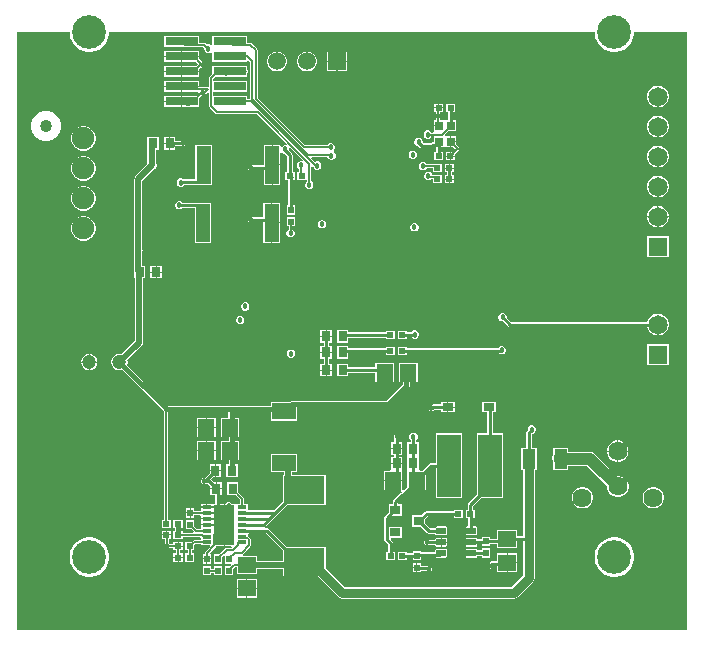
<source format=gtl>
G04*
G04 #@! TF.GenerationSoftware,Altium Limited,Altium Designer,21.5.1 (32)*
G04*
G04 Layer_Physical_Order=1*
G04 Layer_Color=255*
%FSLAX25Y25*%
%MOIN*%
G70*
G04*
G04 #@! TF.SameCoordinates,C11210EE-706E-4053-A979-2A702EC27353*
G04*
G04*
G04 #@! TF.FilePolarity,Positive*
G04*
G01*
G75*
%ADD16C,0.01000*%
%ADD17C,0.00500*%
%ADD19R,0.07874X0.05512*%
%ADD25R,0.04747X0.12598*%
%ADD35R,0.03543X0.03150*%
%ADD45R,0.13386X0.09252*%
%ADD46R,0.05512X0.05906*%
%ADD47R,0.02756X0.02953*%
%ADD48R,0.03150X0.03543*%
%ADD49R,0.04331X0.06693*%
%ADD50R,0.07087X0.13386*%
%ADD51R,0.03150X0.01181*%
%ADD52R,0.02362X0.01968*%
%ADD53R,0.05906X0.05512*%
%ADD54R,0.01968X0.02362*%
%ADD55R,0.03819X0.02559*%
G04:AMPARAMS|DCode=56|XSize=21.65mil|YSize=31.5mil|CornerRadius=1.95mil|HoleSize=0mil|Usage=FLASHONLY|Rotation=90.000|XOffset=0mil|YOffset=0mil|HoleType=Round|Shape=RoundedRectangle|*
%AMROUNDEDRECTD56*
21,1,0.02165,0.02760,0,0,90.0*
21,1,0.01776,0.03150,0,0,90.0*
1,1,0.00390,0.01380,0.00888*
1,1,0.00390,0.01380,-0.00888*
1,1,0.00390,-0.01380,-0.00888*
1,1,0.00390,-0.01380,0.00888*
%
%ADD56ROUNDEDRECTD56*%
%ADD57R,0.10984X0.02913*%
%ADD58R,0.07874X0.20866*%
%ADD59C,0.04000*%
%ADD60C,0.01500*%
%ADD61C,0.03000*%
%ADD62C,0.05000*%
%ADD63C,0.02000*%
%ADD64C,0.06378*%
%ADD65C,0.06496*%
%ADD66R,0.06496X0.06496*%
%ADD67C,0.04724*%
%ADD68C,0.07500*%
%ADD69C,0.04047*%
%ADD70R,0.05906X0.05906*%
%ADD71C,0.05906*%
%ADD72C,0.11200*%
%ADD73C,0.03000*%
%ADD74C,0.01800*%
%ADD75C,0.01968*%
G36*
X243416Y200116D02*
Y199352D01*
X243669Y198079D01*
X244165Y196881D01*
X244886Y195803D01*
X245803Y194886D01*
X246881Y194165D01*
X248079Y193669D01*
X249352Y193416D01*
X250648D01*
X251921Y193669D01*
X253119Y194165D01*
X254197Y194886D01*
X255114Y195803D01*
X255835Y196881D01*
X256331Y198079D01*
X256584Y199352D01*
Y200116D01*
X418416Y200116D01*
Y199352D01*
X418669Y198079D01*
X419165Y196881D01*
X419886Y195803D01*
X420803Y194886D01*
X421881Y194165D01*
X423079Y193669D01*
X424352Y193416D01*
X425648D01*
X426921Y193669D01*
X428119Y194165D01*
X429197Y194886D01*
X430114Y195803D01*
X430835Y196881D01*
X431331Y198079D01*
X431584Y199352D01*
Y200116D01*
X449197D01*
Y803D01*
X225803D01*
Y200116D01*
X243416D01*
D02*
G37*
%LPC*%
G36*
X302604Y198791D02*
X290911D01*
Y195877D01*
X290415Y195667D01*
X289900Y195880D01*
X289343D01*
X289204Y195822D01*
X288791Y196236D01*
X288328Y196427D01*
X286580D01*
Y198791D01*
X274887D01*
Y195169D01*
X281820D01*
X281940Y195119D01*
X287847D01*
X288221Y194758D01*
Y194201D01*
X288435Y193687D01*
X288828Y193293D01*
X289343Y193080D01*
X289900D01*
X290415Y193293D01*
X290911Y193082D01*
Y190169D01*
X302604D01*
Y190296D01*
X303066Y190487D01*
X303634Y189919D01*
Y177771D01*
X303542Y177634D01*
X302604D01*
Y178791D01*
X291169D01*
Y180169D01*
X302604D01*
Y183791D01*
X291169D01*
Y184502D01*
X291836Y185169D01*
X295430D01*
X295551Y185119D01*
X295671Y185169D01*
X302604D01*
Y186348D01*
X302725Y186398D01*
X302917Y186861D01*
X302725Y187323D01*
X302604Y187374D01*
Y188791D01*
X290911D01*
Y186094D01*
X290053Y185236D01*
X289861Y184773D01*
Y181872D01*
X289505Y181634D01*
X286576D01*
Y181805D01*
X280909D01*
Y180173D01*
X286330D01*
X286537Y179673D01*
X285651Y178786D01*
X280909D01*
Y176980D01*
Y175173D01*
X282571D01*
X282759Y175126D01*
X283073Y175173D01*
X286576D01*
Y176780D01*
X286604Y176877D01*
X286576Y177132D01*
Y177861D01*
X287596Y178882D01*
X287709D01*
X288172Y179074D01*
X288229Y179131D01*
X288310D01*
X288772Y179322D01*
X289399Y179949D01*
X289861Y179758D01*
Y175212D01*
X290053Y174750D01*
X292053Y172749D01*
X292515Y172558D01*
X305953D01*
X315775Y162736D01*
X315492Y162312D01*
X315491Y162312D01*
X314934D01*
X314420Y162099D01*
X314163Y161842D01*
X313663Y162036D01*
Y162357D01*
X311115D01*
Y155883D01*
X313663D01*
Y159789D01*
X314163Y159983D01*
X314420Y159726D01*
X314934Y159512D01*
X315280D01*
X315988Y158804D01*
Y153425D01*
X315345D01*
Y150748D01*
X316199D01*
Y142192D01*
X315921D01*
Y139122D01*
X318599D01*
Y142192D01*
X317941D01*
Y150748D01*
X318416D01*
Y153425D01*
X317730D01*
Y159165D01*
X317664Y159498D01*
X317475Y159781D01*
X316613Y160643D01*
Y161191D01*
X316613Y161191D01*
X317037Y161475D01*
X321125Y157386D01*
X320842Y156963D01*
X320841Y156963D01*
X320284D01*
X319770Y156749D01*
X319376Y156356D01*
X319163Y155841D01*
Y155284D01*
X319376Y154770D01*
X319770Y154376D01*
X319909Y154318D01*
Y153425D01*
X319282D01*
Y150748D01*
X322159D01*
X322353Y150748D01*
X322388Y150706D01*
X322519Y150219D01*
X322126Y149825D01*
X321913Y149311D01*
Y148754D01*
X322126Y148239D01*
X322519Y147845D01*
X323034Y147632D01*
X323591D01*
X324106Y147845D01*
X324499Y148239D01*
X324713Y148754D01*
Y149311D01*
X324499Y149825D01*
X324106Y150219D01*
X323967Y150277D01*
Y154856D01*
X324467Y155224D01*
X324569Y155193D01*
X324782Y154678D01*
X325176Y154284D01*
X325691Y154071D01*
X326247D01*
X326762Y154284D01*
X327156Y154678D01*
X327369Y155193D01*
Y155750D01*
X327156Y156264D01*
X326762Y156658D01*
X326247Y156871D01*
X325691D01*
X325176Y156658D01*
X325147Y156629D01*
X323868Y157908D01*
X324059Y158370D01*
X329334D01*
X329494Y157982D01*
X329888Y157588D01*
X330403Y157375D01*
X330960D01*
X331474Y157588D01*
X331868Y157982D01*
X332081Y158497D01*
Y159054D01*
X331868Y159568D01*
X331474Y159962D01*
X331442Y160034D01*
X331404Y160532D01*
X331668Y160796D01*
X331881Y161311D01*
Y161868D01*
X331668Y162382D01*
X331275Y162776D01*
X330760Y162989D01*
X330203D01*
X329688Y162776D01*
X329295Y162382D01*
X329237Y162243D01*
X321948D01*
X306123Y178069D01*
Y194009D01*
X305932Y194471D01*
X304167Y196236D01*
X303705Y196427D01*
X302604D01*
Y198791D01*
D02*
G37*
G36*
X286576Y193786D02*
X280909D01*
Y192155D01*
X286576D01*
Y193786D01*
D02*
G37*
G36*
X280559D02*
X274891D01*
Y192155D01*
X280559D01*
Y193786D01*
D02*
G37*
G36*
X335858Y193492D02*
X332731D01*
Y190365D01*
X335858D01*
Y193492D01*
D02*
G37*
G36*
X332381D02*
X329253D01*
Y190365D01*
X332381D01*
Y193492D01*
D02*
G37*
G36*
X280559Y191805D02*
X274891D01*
Y190173D01*
X280559D01*
Y191805D01*
D02*
G37*
G36*
X286576D02*
X280909D01*
Y190173D01*
X285651D01*
X286314Y189510D01*
Y189450D01*
X285651Y188786D01*
X280909D01*
Y187155D01*
X286576D01*
Y187836D01*
X286948Y188169D01*
X287410Y187977D01*
X287873Y188169D01*
X288421Y188716D01*
X288612Y189179D01*
X288421Y189641D01*
X287958Y189833D01*
X287600D01*
X287430Y190243D01*
X286576Y191098D01*
Y191805D01*
D02*
G37*
G36*
X280559Y188786D02*
X274891D01*
Y187155D01*
X280559D01*
Y188786D01*
D02*
G37*
G36*
X335858Y190015D02*
X332731D01*
Y186887D01*
X335858D01*
Y190015D01*
D02*
G37*
G36*
X332381D02*
X329253D01*
Y186887D01*
X332381D01*
Y190015D01*
D02*
G37*
G36*
X322991Y193497D02*
X322120D01*
X321279Y193271D01*
X320525Y192836D01*
X319909Y192220D01*
X319474Y191466D01*
X319249Y190625D01*
Y189754D01*
X319474Y188913D01*
X319909Y188159D01*
X320525Y187543D01*
X321279Y187108D01*
X322120Y186883D01*
X322991D01*
X323832Y187108D01*
X324586Y187543D01*
X325202Y188159D01*
X325637Y188913D01*
X325863Y189754D01*
Y190625D01*
X325637Y191466D01*
X325202Y192220D01*
X324586Y192836D01*
X323832Y193271D01*
X322991Y193497D01*
D02*
G37*
G36*
X312991D02*
X312120D01*
X311279Y193271D01*
X310525Y192836D01*
X309909Y192220D01*
X309474Y191466D01*
X309249Y190625D01*
Y189754D01*
X309474Y188913D01*
X309909Y188159D01*
X310525Y187543D01*
X311279Y187108D01*
X312120Y186883D01*
X312991D01*
X313832Y187108D01*
X314586Y187543D01*
X315202Y188159D01*
X315637Y188913D01*
X315863Y189754D01*
Y190625D01*
X315637Y191466D01*
X315202Y192220D01*
X314586Y192836D01*
X313832Y193271D01*
X312991Y193497D01*
D02*
G37*
G36*
X286576Y186805D02*
X280909D01*
Y185173D01*
X286576D01*
Y186805D01*
D02*
G37*
G36*
X280559D02*
X274891D01*
Y185173D01*
X280559D01*
Y186805D01*
D02*
G37*
G36*
X286576Y183786D02*
X280909D01*
Y182155D01*
X286576D01*
Y183786D01*
D02*
G37*
G36*
X280559D02*
X274891D01*
Y182155D01*
X280559D01*
Y183786D01*
D02*
G37*
G36*
Y181805D02*
X274891D01*
Y180173D01*
X280559D01*
Y181805D01*
D02*
G37*
G36*
Y178786D02*
X274891D01*
Y177155D01*
X280559D01*
Y178786D01*
D02*
G37*
G36*
Y176805D02*
X274891D01*
Y175173D01*
X280559D01*
Y176805D01*
D02*
G37*
G36*
X368035Y176159D02*
X366679D01*
Y174999D01*
X368035D01*
Y176159D01*
D02*
G37*
G36*
X366329D02*
X364973D01*
Y174999D01*
X366329D01*
Y176159D01*
D02*
G37*
G36*
X439974Y182102D02*
X439026D01*
X438109Y181857D01*
X437288Y181383D01*
X436617Y180712D01*
X436143Y179891D01*
X435898Y178974D01*
Y178026D01*
X436143Y177110D01*
X436617Y176288D01*
X437288Y175617D01*
X438109Y175143D01*
X439026Y174898D01*
X439974D01*
X440891Y175143D01*
X441712Y175617D01*
X442383Y176288D01*
X442857Y177110D01*
X443102Y178026D01*
Y178974D01*
X442857Y179891D01*
X442383Y180712D01*
X441712Y181383D01*
X440891Y181857D01*
X439974Y182102D01*
D02*
G37*
G36*
X371977Y176163D02*
X368906D01*
Y173486D01*
X369570D01*
Y170583D01*
X368730D01*
X368709Y170583D01*
Y170583D01*
X368232Y170579D01*
Y170578D01*
X366784D01*
Y173490D01*
X368035D01*
Y174650D01*
X366504D01*
X364973D01*
Y173490D01*
X365476D01*
Y170578D01*
X364776D01*
Y168927D01*
X366504D01*
Y168577D01*
X364776D01*
Y166926D01*
X364776D01*
X364607Y166496D01*
X364030D01*
X363972Y166635D01*
X363579Y167028D01*
X363064Y167242D01*
X362507D01*
X361993Y167028D01*
X361599Y166635D01*
X361386Y166120D01*
Y165563D01*
X361599Y165049D01*
X361993Y164655D01*
X362507Y164442D01*
X363064D01*
X363579Y164655D01*
X363972Y165049D01*
X364030Y165187D01*
X364772D01*
Y163332D01*
X364428D01*
X364095Y163265D01*
X363812Y163077D01*
X363698Y162963D01*
X361583D01*
X361121Y163072D01*
Y163628D01*
X360908Y164143D01*
X360514Y164537D01*
X359999Y164750D01*
X359442D01*
X358928Y164537D01*
X358534Y164143D01*
X358321Y163628D01*
Y163072D01*
X358534Y162557D01*
X358928Y162163D01*
X359442Y161950D01*
X359684D01*
X360158Y161476D01*
X360441Y161287D01*
X360774Y161221D01*
X364059D01*
X364392Y161287D01*
X364675Y161476D01*
X364789Y161590D01*
X365626D01*
X365633Y161584D01*
Y159952D01*
X364855D01*
Y157275D01*
X367926D01*
Y159952D01*
X367375D01*
Y161606D01*
X368215D01*
X368236Y161606D01*
X368735Y161611D01*
X370266D01*
Y163437D01*
Y165263D01*
X368774D01*
X368678Y165267D01*
X368532Y165485D01*
X368478Y165766D01*
X369634Y166921D01*
X372174D01*
Y170583D01*
X371312D01*
Y173486D01*
X371977D01*
Y176163D01*
D02*
G37*
G36*
X439974Y172102D02*
X439026D01*
X438109Y171857D01*
X437288Y171383D01*
X436617Y170712D01*
X436143Y169890D01*
X435898Y168974D01*
Y168026D01*
X436143Y167110D01*
X436617Y166288D01*
X437288Y165617D01*
X438109Y165143D01*
X439026Y164898D01*
X439974D01*
X440891Y165143D01*
X441712Y165617D01*
X442383Y166288D01*
X442857Y167110D01*
X443102Y168026D01*
Y168974D01*
X442857Y169890D01*
X442383Y170712D01*
X441712Y171383D01*
X440891Y171857D01*
X439974Y172102D01*
D02*
G37*
G36*
X236261Y173771D02*
X234936D01*
X233656Y173428D01*
X232508Y172766D01*
X231571Y171828D01*
X230908Y170680D01*
X230565Y169400D01*
Y168075D01*
X230908Y166795D01*
X231571Y165647D01*
X232508Y164710D01*
X233656Y164047D01*
X234936Y163704D01*
X236261D01*
X237541Y164047D01*
X238689Y164710D01*
X239626Y165647D01*
X240289Y166795D01*
X240632Y168075D01*
Y169400D01*
X240289Y170680D01*
X239626Y171828D01*
X238689Y172766D01*
X237541Y173428D01*
X236261Y173771D01*
D02*
G37*
G36*
X370616Y165263D02*
Y163612D01*
X372169D01*
Y165263D01*
X370616D01*
D02*
G37*
G36*
X276581Y165048D02*
X274831D01*
Y163101D01*
X276581D01*
Y165048D01*
D02*
G37*
G36*
X278681D02*
X276931D01*
Y162926D01*
Y160804D01*
X278681D01*
Y162053D01*
X278681Y162055D01*
X281151D01*
X281484Y162121D01*
X281767Y162310D01*
X281956Y162593D01*
X282022Y162926D01*
X281956Y163259D01*
X281767Y163542D01*
X281484Y163731D01*
X281151Y163797D01*
X278681D01*
Y165048D01*
D02*
G37*
G36*
X276581Y162751D02*
X274831D01*
Y160804D01*
X276581D01*
Y162751D01*
D02*
G37*
G36*
X248540Y168641D02*
X247460D01*
X246416Y168361D01*
X245480Y167821D01*
X244716Y167057D01*
X244175Y166121D01*
X243896Y165077D01*
Y163997D01*
X244175Y162953D01*
X244716Y162017D01*
X245480Y161253D01*
X246416Y160712D01*
X247460Y160433D01*
X248540D01*
X249584Y160712D01*
X250520Y161253D01*
X251284Y162017D01*
X251825Y162953D01*
X252104Y163997D01*
Y165077D01*
X251825Y166121D01*
X251284Y167057D01*
X250520Y167821D01*
X249584Y168361D01*
X248540Y168641D01*
D02*
G37*
G36*
X372169Y163262D02*
X370616D01*
Y161611D01*
X371244D01*
X371822Y161033D01*
X370796Y160007D01*
X370771Y159948D01*
X370502D01*
Y158788D01*
X371858D01*
Y159217D01*
X371860Y159221D01*
X372988Y160349D01*
X373789D01*
X374252Y160541D01*
X374443Y161003D01*
X374252Y161466D01*
X373789Y161657D01*
X373047D01*
X372169Y162536D01*
Y163262D01*
D02*
G37*
G36*
X370152Y159948D02*
X368796D01*
Y158788D01*
X370152D01*
Y159948D01*
D02*
G37*
G36*
X358085Y160491D02*
X357528D01*
X357013Y160277D01*
X356620Y159884D01*
X356406Y159369D01*
Y158812D01*
X356620Y158298D01*
X357013Y157904D01*
X357528Y157691D01*
X358085D01*
X358599Y157904D01*
X358993Y158298D01*
X359206Y158812D01*
Y159369D01*
X358993Y159884D01*
X358599Y160277D01*
X358085Y160491D01*
D02*
G37*
G36*
X371858Y158438D02*
X370502D01*
Y157279D01*
X371858D01*
Y158438D01*
D02*
G37*
G36*
X370152D02*
X368796D01*
Y157279D01*
X370152D01*
Y158438D01*
D02*
G37*
G36*
X439974Y162102D02*
X439026D01*
X438109Y161857D01*
X437288Y161383D01*
X436617Y160712D01*
X436143Y159890D01*
X435898Y158974D01*
Y158026D01*
X436143Y157109D01*
X436617Y156288D01*
X437288Y155617D01*
X438109Y155143D01*
X439026Y154898D01*
X439974D01*
X440891Y155143D01*
X441712Y155617D01*
X442383Y156288D01*
X442857Y157109D01*
X443102Y158026D01*
Y158974D01*
X442857Y159890D01*
X442383Y160712D01*
X441712Y161383D01*
X440891Y161857D01*
X439974Y162102D01*
D02*
G37*
G36*
X371500Y155996D02*
X370144D01*
Y154836D01*
X371500D01*
Y155996D01*
D02*
G37*
G36*
X369794D02*
X368438D01*
Y154836D01*
X369794D01*
Y155996D01*
D02*
G37*
G36*
X361499Y156750D02*
X360942D01*
X360428Y156537D01*
X360034Y156143D01*
X359821Y155629D01*
Y155071D01*
X360034Y154557D01*
X360428Y154163D01*
X360942Y153950D01*
X361499D01*
X362014Y154163D01*
X362408Y154557D01*
X362465Y154696D01*
X364496D01*
Y153323D01*
X367567D01*
Y156000D01*
X365353D01*
X365343Y156004D01*
X362465D01*
X362408Y156143D01*
X362014Y156537D01*
X361499Y156750D01*
D02*
G37*
G36*
X371500Y154486D02*
X369969D01*
X368438D01*
Y153327D01*
X369098D01*
Y152328D01*
X368438D01*
Y151168D01*
X369969D01*
X371500D01*
Y152328D01*
X370840D01*
Y153327D01*
X371500D01*
Y154486D01*
D02*
G37*
G36*
X290811Y162361D02*
X285355D01*
Y150851D01*
X281420D01*
X281279Y150992D01*
X280765Y151205D01*
X280208D01*
X279693Y150992D01*
X279299Y150598D01*
X279086Y150084D01*
Y149527D01*
X279299Y149012D01*
X279693Y148618D01*
X280208Y148405D01*
X280765D01*
X281279Y148618D01*
X281673Y149012D01*
X281713Y149109D01*
X285355D01*
Y149054D01*
X290811D01*
Y162361D01*
D02*
G37*
G36*
X248540Y158641D02*
X247460D01*
X246416Y158361D01*
X245480Y157821D01*
X244716Y157057D01*
X244175Y156121D01*
X243896Y155077D01*
Y153997D01*
X244175Y152953D01*
X244716Y152017D01*
X245480Y151253D01*
X246416Y150712D01*
X247460Y150433D01*
X248540D01*
X249584Y150712D01*
X250520Y151253D01*
X251284Y152017D01*
X251825Y152953D01*
X252104Y153997D01*
Y155077D01*
X251825Y156121D01*
X251284Y157057D01*
X250520Y157821D01*
X249584Y158361D01*
X248540Y158641D01*
D02*
G37*
G36*
X371500Y150818D02*
X370144D01*
Y149659D01*
X371500D01*
Y150818D01*
D02*
G37*
G36*
X369794D02*
X368438D01*
Y149659D01*
X369794D01*
Y150818D01*
D02*
G37*
G36*
X363279Y153400D02*
X362721D01*
X362207Y153187D01*
X361813Y152793D01*
X361600Y152278D01*
Y151722D01*
X361813Y151207D01*
X362207Y150813D01*
X362721Y150600D01*
X363279D01*
X363793Y150813D01*
X363996Y151016D01*
X364496Y150936D01*
Y149655D01*
X367567D01*
Y152332D01*
X365418D01*
X365298Y152382D01*
X364357D01*
X364187Y152793D01*
X363793Y153187D01*
X363279Y153400D01*
D02*
G37*
G36*
X313663Y155533D02*
X311115D01*
Y149058D01*
X313663D01*
Y155533D01*
D02*
G37*
G36*
X310765Y162357D02*
X308216D01*
Y155594D01*
X303733D01*
X303399Y155528D01*
X303117Y155339D01*
X302928Y155057D01*
X302862Y154723D01*
X302928Y154390D01*
X303117Y154107D01*
X303399Y153919D01*
X303733Y153852D01*
X308216D01*
Y149058D01*
X310765D01*
Y155708D01*
Y162357D01*
D02*
G37*
G36*
X439974Y152102D02*
X439026D01*
X438109Y151857D01*
X437288Y151383D01*
X436617Y150712D01*
X436143Y149890D01*
X435898Y148974D01*
Y148026D01*
X436143Y147109D01*
X436617Y146288D01*
X437288Y145617D01*
X438109Y145143D01*
X439026Y144898D01*
X439974D01*
X440891Y145143D01*
X441712Y145617D01*
X442383Y146288D01*
X442857Y147109D01*
X443102Y148026D01*
Y148974D01*
X442857Y149890D01*
X442383Y150712D01*
X441712Y151383D01*
X440891Y151857D01*
X439974Y152102D01*
D02*
G37*
G36*
X248540Y148641D02*
X247460D01*
X246416Y148362D01*
X245480Y147821D01*
X244716Y147057D01*
X244175Y146121D01*
X243896Y145077D01*
Y143997D01*
X244175Y142953D01*
X244716Y142017D01*
X245480Y141253D01*
X246416Y140712D01*
X247460Y140433D01*
X248540D01*
X249584Y140712D01*
X250520Y141253D01*
X251284Y142017D01*
X251825Y142953D01*
X252104Y143997D01*
Y145077D01*
X251825Y146121D01*
X251284Y147057D01*
X250520Y147821D01*
X249584Y148362D01*
X248540Y148641D01*
D02*
G37*
G36*
X439974Y142098D02*
X439675D01*
Y138675D01*
X443098D01*
Y138974D01*
X442853Y139889D01*
X442379Y140709D01*
X441709Y141379D01*
X440889Y141853D01*
X439974Y142098D01*
D02*
G37*
G36*
X439325D02*
X439026D01*
X438111Y141853D01*
X437291Y141379D01*
X436621Y140709D01*
X436147Y139889D01*
X435902Y138974D01*
Y138675D01*
X439325D01*
Y142098D01*
D02*
G37*
G36*
X313444Y143065D02*
X310896D01*
Y136591D01*
X313444D01*
Y143065D01*
D02*
G37*
G36*
X443098Y138325D02*
X439675D01*
Y134902D01*
X439974D01*
X440889Y135147D01*
X441709Y135621D01*
X442379Y136291D01*
X442853Y137111D01*
X443098Y138026D01*
Y138325D01*
D02*
G37*
G36*
X439325D02*
X435902D01*
Y138026D01*
X436147Y137111D01*
X436621Y136291D01*
X437291Y135621D01*
X438111Y135147D01*
X439026Y134902D01*
X439325D01*
Y138325D01*
D02*
G37*
G36*
X327826Y137316D02*
X327269D01*
X326754Y137103D01*
X326360Y136709D01*
X326147Y136194D01*
Y135637D01*
X326360Y135123D01*
X326754Y134729D01*
X327269Y134516D01*
X327826D01*
X328340Y134729D01*
X328734Y135123D01*
X328947Y135637D01*
Y136194D01*
X328734Y136709D01*
X328340Y137103D01*
X327826Y137316D01*
D02*
G37*
G36*
X358655Y136352D02*
X358098D01*
X357583Y136139D01*
X357189Y135745D01*
X356976Y135230D01*
Y134673D01*
X357189Y134159D01*
X357583Y133765D01*
X358098Y133552D01*
X358655D01*
X359169Y133765D01*
X359563Y134159D01*
X359776Y134673D01*
Y135230D01*
X359563Y135745D01*
X359169Y136139D01*
X358655Y136352D01*
D02*
G37*
G36*
X318599Y138256D02*
X315921D01*
Y135185D01*
X316395D01*
Y134228D01*
X316257Y134170D01*
X315863Y133776D01*
X315650Y133262D01*
Y132705D01*
X315863Y132190D01*
X316257Y131796D01*
X316771Y131583D01*
X317328D01*
X317843Y131796D01*
X318236Y132190D01*
X318450Y132705D01*
Y133262D01*
X318236Y133776D01*
X317843Y134170D01*
X317704Y134228D01*
Y135185D01*
X318599D01*
Y138256D01*
D02*
G37*
G36*
X248540Y138641D02*
X247460D01*
X246416Y138362D01*
X245480Y137821D01*
X244716Y137057D01*
X244175Y136121D01*
X243896Y135077D01*
Y133997D01*
X244175Y132953D01*
X244716Y132017D01*
X245480Y131253D01*
X246416Y130712D01*
X247460Y130433D01*
X248540D01*
X249584Y130712D01*
X250520Y131253D01*
X251284Y132017D01*
X251825Y132953D01*
X252104Y133997D01*
Y135077D01*
X251825Y136121D01*
X251284Y137057D01*
X250520Y137821D01*
X249584Y138362D01*
X248540Y138641D01*
D02*
G37*
G36*
X313444Y136241D02*
X310896D01*
Y129767D01*
X313444D01*
Y136241D01*
D02*
G37*
G36*
X310546Y143065D02*
X307998D01*
Y138272D01*
X303733D01*
X303399Y138205D01*
X303117Y138016D01*
X302928Y137734D01*
X302862Y137400D01*
X302928Y137067D01*
X303117Y136785D01*
X303399Y136596D01*
X303733Y136529D01*
X307998D01*
Y129767D01*
X310546D01*
Y136416D01*
Y143065D01*
D02*
G37*
G36*
X280273Y143682D02*
X279716D01*
X279202Y143469D01*
X278808Y143075D01*
X278595Y142561D01*
Y142004D01*
X278808Y141489D01*
X279202Y141095D01*
X279716Y140882D01*
X280273D01*
X280788Y141095D01*
X281036Y141344D01*
X285137D01*
Y129763D01*
X290592D01*
Y143070D01*
X286075D01*
X285991Y143087D01*
X281170D01*
X280788Y143469D01*
X280273Y143682D01*
D02*
G37*
G36*
X443102Y132102D02*
X435898D01*
Y124898D01*
X443102D01*
Y132102D01*
D02*
G37*
G36*
X274167Y122122D02*
X272417D01*
Y120175D01*
X274167D01*
Y122122D01*
D02*
G37*
G36*
X272067D02*
X270317D01*
Y120175D01*
X272067D01*
Y122122D01*
D02*
G37*
G36*
X274167Y119825D02*
X272417D01*
Y117878D01*
X274167D01*
Y119825D01*
D02*
G37*
G36*
X272067D02*
X270317D01*
Y117878D01*
X272067D01*
Y119825D01*
D02*
G37*
G36*
X302250Y109967D02*
X301693D01*
X301179Y109754D01*
X300785Y109360D01*
X300572Y108845D01*
Y108288D01*
X300785Y107774D01*
X301179Y107380D01*
X301693Y107167D01*
X302250D01*
X302765Y107380D01*
X303159Y107774D01*
X303372Y108288D01*
Y108845D01*
X303159Y109360D01*
X302765Y109754D01*
X302250Y109967D01*
D02*
G37*
G36*
X300532Y105394D02*
X299975D01*
X299460Y105181D01*
X299066Y104787D01*
X298853Y104273D01*
Y103716D01*
X299066Y103201D01*
X299460Y102807D01*
X299975Y102594D01*
X300532D01*
X301046Y102807D01*
X301440Y103201D01*
X301653Y103716D01*
Y104273D01*
X301440Y104787D01*
X301046Y105181D01*
X300532Y105394D01*
D02*
G37*
G36*
X358758Y100541D02*
X358201D01*
X357686Y100328D01*
X357323Y99965D01*
X355848D01*
Y100386D01*
X352777D01*
Y97709D01*
X355848D01*
Y98223D01*
X357417D01*
X357686Y97954D01*
X358201Y97741D01*
X358758D01*
X359272Y97954D01*
X359666Y98348D01*
X359879Y98863D01*
Y99420D01*
X359666Y99934D01*
X359272Y100328D01*
X358758Y100541D01*
D02*
G37*
G36*
X388029Y106346D02*
X387472D01*
X386957Y106132D01*
X386563Y105739D01*
X386350Y105224D01*
Y104667D01*
X386563Y104153D01*
X386957Y103759D01*
X387472Y103546D01*
X387918D01*
X389580Y101884D01*
X389862Y101695D01*
X390195Y101629D01*
X436004D01*
X436143Y101110D01*
X436617Y100288D01*
X437288Y99617D01*
X438109Y99143D01*
X439026Y98898D01*
X439974D01*
X440891Y99143D01*
X441712Y99617D01*
X442383Y100288D01*
X442857Y101110D01*
X443102Y102026D01*
Y102974D01*
X442857Y103891D01*
X442383Y104712D01*
X441712Y105383D01*
X440891Y105857D01*
X439974Y106102D01*
X439026D01*
X438109Y105857D01*
X437288Y105383D01*
X436617Y104712D01*
X436143Y103891D01*
X436004Y103371D01*
X390556D01*
X389150Y104777D01*
Y105224D01*
X388937Y105739D01*
X388543Y106132D01*
X388029Y106346D01*
D02*
G37*
G36*
X330861Y100721D02*
X329111D01*
Y98774D01*
X330861D01*
Y100721D01*
D02*
G37*
G36*
X328761D02*
X327011D01*
Y98774D01*
X328761D01*
Y100721D01*
D02*
G37*
G36*
X336377Y100725D02*
X332519D01*
Y96473D01*
X336377D01*
Y98176D01*
X348840D01*
Y97709D01*
X351911D01*
Y100386D01*
X348840D01*
Y99918D01*
X336377D01*
Y100725D01*
D02*
G37*
G36*
X387713Y95329D02*
X387156D01*
X386641Y95116D01*
X386247Y94722D01*
X386219Y94653D01*
X355848D01*
Y95121D01*
X352777D01*
Y92444D01*
X355848D01*
Y92911D01*
X386472D01*
X386641Y92742D01*
X387156Y92529D01*
X387713D01*
X388227Y92742D01*
X388621Y93136D01*
X388834Y93650D01*
Y94207D01*
X388621Y94722D01*
X388227Y95116D01*
X387713Y95329D01*
D02*
G37*
G36*
X330861Y98425D02*
X328936D01*
X327011D01*
Y96478D01*
X328065D01*
Y95314D01*
X327011D01*
Y93367D01*
X328936D01*
X330861D01*
Y95314D01*
X329807D01*
Y96478D01*
X330861D01*
Y98425D01*
D02*
G37*
G36*
X273173Y165052D02*
X269315D01*
Y160800D01*
X269361D01*
Y155958D01*
X265355Y151951D01*
X265055Y151503D01*
X264950Y150975D01*
X265000Y150725D01*
X264950Y150475D01*
Y127552D01*
X264931Y127506D01*
Y126949D01*
X264950Y126902D01*
Y122126D01*
X264801D01*
Y117874D01*
X265119D01*
Y97072D01*
X260678Y92631D01*
X260358Y92716D01*
X259642D01*
X258951Y92531D01*
X258332Y92174D01*
X257826Y91668D01*
X257469Y91049D01*
X257283Y90358D01*
Y89642D01*
X257469Y88951D01*
X257826Y88332D01*
X258332Y87826D01*
X258951Y87469D01*
X259642Y87283D01*
X260358D01*
X260962Y87445D01*
X274768Y73639D01*
Y37482D01*
X274084D01*
Y34804D01*
X277155D01*
Y37482D01*
X276077D01*
Y73255D01*
X296257D01*
Y71485D01*
X293807D01*
Y64871D01*
X296406D01*
Y63807D01*
X293764D01*
Y57193D01*
X296406D01*
Y55888D01*
X295603D01*
Y51636D01*
X299461D01*
Y55888D01*
X298658D01*
Y57193D01*
X299984D01*
Y63807D01*
X298658D01*
Y64871D01*
X300028D01*
Y71485D01*
X298509D01*
Y73255D01*
X310709D01*
Y70513D01*
X319291D01*
Y74886D01*
X349512D01*
X349943Y74972D01*
X350308Y75216D01*
X356471Y81379D01*
X356715Y81744D01*
X356801Y82175D01*
Y83192D01*
X359391D01*
Y89806D01*
X353170D01*
Y83192D01*
X354549D01*
Y82641D01*
X349046Y77138D01*
X317600D01*
X317169Y77052D01*
X316804Y76808D01*
X316729Y76734D01*
X310709D01*
Y75507D01*
X276086D01*
X262555Y89038D01*
X262717Y89642D01*
Y90358D01*
X262631Y90678D01*
X267476Y95524D01*
X267476Y95524D01*
X267776Y95972D01*
X267881Y96500D01*
Y117874D01*
X268659D01*
Y122126D01*
X267712D01*
Y126902D01*
X267731Y126949D01*
Y127506D01*
X267712Y127552D01*
Y150403D01*
X271735Y154426D01*
X271781Y154445D01*
X272175Y154839D01*
X272388Y155353D01*
Y155910D01*
X272175Y156425D01*
X272123Y156477D01*
Y160800D01*
X273173D01*
Y165052D01*
D02*
G37*
G36*
X336377Y95318D02*
X332519D01*
Y91066D01*
X336377D01*
Y92911D01*
X348840D01*
Y92444D01*
X351911D01*
Y95121D01*
X348840D01*
Y94653D01*
X336377D01*
Y95318D01*
D02*
G37*
G36*
X317483Y94171D02*
X316926D01*
X316412Y93957D01*
X316018Y93564D01*
X315805Y93049D01*
Y92492D01*
X316018Y91978D01*
X316412Y91584D01*
X316926Y91371D01*
X317483D01*
X317998Y91584D01*
X318392Y91978D01*
X318605Y92492D01*
Y93049D01*
X318392Y93564D01*
X317998Y93957D01*
X317483Y94171D01*
D02*
G37*
G36*
X250357Y92712D02*
X250175D01*
Y90175D01*
X252712D01*
Y90357D01*
X252527Y91047D01*
X252170Y91665D01*
X251665Y92170D01*
X251047Y92527D01*
X250357Y92712D01*
D02*
G37*
G36*
X249825D02*
X249643D01*
X248953Y92527D01*
X248335Y92170D01*
X247830Y91665D01*
X247473Y91047D01*
X247288Y90357D01*
Y90175D01*
X249825D01*
Y92712D01*
D02*
G37*
G36*
X443102Y96102D02*
X435898D01*
Y88898D01*
X443102D01*
Y96102D01*
D02*
G37*
G36*
X351517Y89806D02*
X345297D01*
Y88206D01*
X336377D01*
Y89461D01*
X332519D01*
Y85209D01*
X336377D01*
Y86463D01*
X345297D01*
Y83192D01*
X351517D01*
Y89806D01*
D02*
G37*
G36*
X330861Y93017D02*
X328936D01*
X327011D01*
Y91070D01*
X328065D01*
Y89456D01*
X327011D01*
Y87510D01*
X328936D01*
X330861D01*
Y89456D01*
X329807D01*
Y91070D01*
X330861D01*
Y93017D01*
D02*
G37*
G36*
X252712Y89825D02*
X250175D01*
Y87288D01*
X250357D01*
X251047Y87473D01*
X251665Y87830D01*
X252170Y88335D01*
X252527Y88953D01*
X252712Y89643D01*
Y89825D01*
D02*
G37*
G36*
X249825D02*
X247288D01*
Y89643D01*
X247473Y88953D01*
X247830Y88335D01*
X248335Y87830D01*
X248953Y87473D01*
X249643Y87288D01*
X249825D01*
Y89825D01*
D02*
G37*
G36*
X330861Y87160D02*
X329111D01*
Y85213D01*
X330861D01*
Y87160D01*
D02*
G37*
G36*
X328761D02*
X327011D01*
Y85213D01*
X328761D01*
Y87160D01*
D02*
G37*
G36*
X371790Y76630D02*
X369705D01*
Y75175D01*
X371790D01*
Y76630D01*
D02*
G37*
G36*
Y74825D02*
X369705D01*
Y73370D01*
X371790D01*
Y74825D01*
D02*
G37*
G36*
X369355Y76630D02*
X367271D01*
Y75871D01*
X364605D01*
X364271Y75805D01*
X363989Y75616D01*
X363806Y75433D01*
X363653Y75403D01*
X363370Y75214D01*
X363181Y74931D01*
X363115Y74598D01*
X363181Y74265D01*
X363370Y73982D01*
X363653Y73793D01*
X363986Y73727D01*
X364203D01*
X364536Y73793D01*
X364819Y73982D01*
X364966Y74129D01*
X367271D01*
Y73370D01*
X369355D01*
Y75000D01*
Y76630D01*
D02*
G37*
G36*
X292149Y71480D02*
X289218D01*
Y68353D01*
X292149D01*
Y71480D01*
D02*
G37*
G36*
X288868D02*
X285938D01*
Y68353D01*
X288868D01*
Y71480D01*
D02*
G37*
G36*
X292149Y68003D02*
X289218D01*
Y64875D01*
X292149D01*
Y68003D01*
D02*
G37*
G36*
X288868D02*
X285938D01*
Y64875D01*
X288868D01*
Y68003D01*
D02*
G37*
G36*
X352425Y66214D02*
X352092Y66147D01*
X351809Y65958D01*
X351620Y65676D01*
X351554Y65342D01*
Y63203D01*
X350500D01*
Y61257D01*
X352425D01*
X354350D01*
Y63203D01*
X353296D01*
Y65342D01*
X353230Y65676D01*
X353041Y65958D01*
X352759Y66147D01*
X352425Y66214D01*
D02*
G37*
G36*
X292106Y63803D02*
X289175D01*
Y60675D01*
X292106D01*
Y63803D01*
D02*
G37*
G36*
X288825D02*
X285894D01*
Y60675D01*
X288825D01*
Y63803D01*
D02*
G37*
G36*
X426641Y63864D02*
X426350D01*
Y60500D01*
X429714D01*
Y60791D01*
X429473Y61691D01*
X429007Y62498D01*
X428348Y63157D01*
X427541Y63623D01*
X426641Y63864D01*
D02*
G37*
G36*
X426000D02*
X425709D01*
X424809Y63623D01*
X424002Y63157D01*
X423343Y62498D01*
X422877Y61691D01*
X422636Y60791D01*
Y60500D01*
X426000D01*
Y63864D01*
D02*
G37*
G36*
X292106Y60325D02*
X289175D01*
Y57197D01*
X292106D01*
Y60325D01*
D02*
G37*
G36*
X288825D02*
X285894D01*
Y57197D01*
X288825D01*
Y60325D01*
D02*
G37*
G36*
X429714Y60150D02*
X426350D01*
Y56786D01*
X426641D01*
X427541Y57027D01*
X428348Y57493D01*
X429007Y58152D01*
X429473Y58959D01*
X429714Y59859D01*
Y60150D01*
D02*
G37*
G36*
X426000D02*
X422636D01*
Y59859D01*
X422877Y58959D01*
X423343Y58152D01*
X424002Y57493D01*
X424809Y57027D01*
X425709Y56786D01*
X426000D01*
Y60150D01*
D02*
G37*
G36*
X354350Y60907D02*
X352425D01*
X350500D01*
Y58960D01*
X351554D01*
Y58459D01*
X350500D01*
Y56512D01*
X352425D01*
X354350D01*
Y58459D01*
X353296D01*
Y58960D01*
X354350D01*
Y60907D01*
D02*
G37*
G36*
X293945Y55884D02*
X292195D01*
Y53937D01*
X293945D01*
Y55884D01*
D02*
G37*
G36*
X291845D02*
X290095D01*
Y53937D01*
X291845D01*
Y55884D01*
D02*
G37*
G36*
X293945Y53587D02*
X292195D01*
Y51641D01*
X293945D01*
Y53587D01*
D02*
G37*
G36*
X354350Y56162D02*
X352425D01*
X350500D01*
Y54216D01*
X350287Y53804D01*
X348138D01*
Y50676D01*
X351244D01*
X354350D01*
Y53804D01*
X354350D01*
X354350Y54216D01*
X354350D01*
Y56162D01*
D02*
G37*
G36*
X294169Y49867D02*
X292419D01*
Y47921D01*
X294169D01*
Y49867D01*
D02*
G37*
G36*
X291845Y53587D02*
X290095D01*
Y52873D01*
X288683Y51460D01*
X288311D01*
X287978Y51393D01*
X287695Y51205D01*
X287542Y51051D01*
X287353Y50769D01*
X287287Y50436D01*
X287353Y50102D01*
X287542Y49819D01*
X287695Y49667D01*
X287978Y49478D01*
X288311Y49411D01*
X289544D01*
X290319Y48636D01*
Y47921D01*
X292069D01*
Y49867D01*
X291551D01*
X290553Y50866D01*
X291327Y51641D01*
X291845D01*
Y53587D01*
D02*
G37*
G36*
X351069Y50326D02*
X348138D01*
Y47199D01*
X351069D01*
Y50326D01*
D02*
G37*
G36*
X409713Y61436D02*
X404673D01*
Y59623D01*
X404412Y58992D01*
X404314Y58247D01*
Y57735D01*
X404412Y56990D01*
X404673Y56360D01*
Y54035D01*
X409713D01*
Y55335D01*
X415959D01*
X422632Y48662D01*
Y48048D01*
X422873Y47146D01*
X423340Y46338D01*
X423999Y45679D01*
X424807Y45212D01*
X425708Y44971D01*
X426642D01*
X427543Y45212D01*
X428351Y45679D01*
X429010Y46338D01*
X429477Y47146D01*
X429718Y48048D01*
Y48981D01*
X429477Y49882D01*
X429010Y50690D01*
X428351Y51349D01*
X427543Y51816D01*
X426642Y52057D01*
X426026D01*
X418651Y59433D01*
X417872Y59953D01*
X416954Y60136D01*
X409713D01*
Y61436D01*
D02*
G37*
G36*
X358265Y66498D02*
X357708D01*
X357193Y66285D01*
X356799Y65891D01*
X356586Y65376D01*
Y64819D01*
X356799Y64305D01*
X357066Y64038D01*
Y63208D01*
X356008D01*
Y58956D01*
X356008D01*
Y58463D01*
X356008D01*
Y54211D01*
X356008D01*
Y53808D01*
X356008D01*
Y48426D01*
X354850Y47268D01*
X354350Y47475D01*
X354350Y47575D01*
X354350Y47575D01*
X354350Y47584D01*
Y50326D01*
X351419D01*
Y47199D01*
X353741D01*
X354041Y46781D01*
X354054Y46698D01*
X353967Y46489D01*
X353685Y46300D01*
X351320Y43935D01*
X351132Y43653D01*
X351065Y43319D01*
Y42628D01*
X349810D01*
Y39805D01*
X348549Y38543D01*
X348360Y38261D01*
X348294Y37928D01*
Y30819D01*
X348360Y30486D01*
X348549Y30203D01*
X349516Y29236D01*
Y26743D01*
X348851D01*
Y24066D01*
X351922D01*
Y26743D01*
X351258D01*
Y29597D01*
X351192Y29930D01*
X351003Y30213D01*
X350426Y30790D01*
X350633Y31290D01*
X354062D01*
Y35148D01*
X350036D01*
Y37567D01*
X351239Y38770D01*
X354062D01*
Y42628D01*
X353184D01*
X352977Y43128D01*
X354702Y44854D01*
X354831Y44879D01*
X355114Y45068D01*
X357240Y47194D01*
X362228D01*
Y52576D01*
X364281Y54629D01*
X365496D01*
Y44713D01*
X374079D01*
Y66287D01*
X365496D01*
Y56371D01*
X363920D01*
X363587Y56305D01*
X363304Y56116D01*
X360997Y53808D01*
X360100D01*
X359866Y54211D01*
Y58463D01*
X359866D01*
Y58956D01*
X359866D01*
Y63208D01*
X358808D01*
Y63940D01*
X359173Y64305D01*
X359386Y64819D01*
Y65376D01*
X359173Y65891D01*
X358779Y66285D01*
X358265Y66498D01*
D02*
G37*
G36*
X288919Y42620D02*
X287170D01*
Y41855D01*
X288919D01*
Y42620D01*
D02*
G37*
G36*
X438452Y48357D02*
X437520D01*
X436618Y48115D01*
X435810Y47649D01*
X435151Y46989D01*
X434684Y46181D01*
X434443Y45280D01*
Y44347D01*
X434684Y43446D01*
X435151Y42638D01*
X435810Y41978D01*
X436618Y41511D01*
X437520Y41270D01*
X438452D01*
X439354Y41511D01*
X440162Y41978D01*
X440821Y42638D01*
X441288Y43446D01*
X441529Y44347D01*
Y45280D01*
X441288Y46181D01*
X440821Y46989D01*
X440162Y47649D01*
X439354Y48115D01*
X438452Y48357D01*
D02*
G37*
G36*
X414830D02*
X413898D01*
X412996Y48115D01*
X412188Y47649D01*
X411529Y46989D01*
X411062Y46181D01*
X410821Y45280D01*
Y44347D01*
X411062Y43446D01*
X411529Y42638D01*
X412188Y41978D01*
X412996Y41511D01*
X413898Y41270D01*
X414830D01*
X415732Y41511D01*
X416540Y41978D01*
X417199Y42638D01*
X417666Y43446D01*
X417907Y44347D01*
Y45280D01*
X417666Y46181D01*
X417199Y46989D01*
X416540Y47649D01*
X415732Y48115D01*
X414830Y48357D01*
D02*
G37*
G36*
X294169Y47571D02*
X292244D01*
X290319D01*
Y45624D01*
X291929D01*
Y43984D01*
X291929Y43984D01*
Y42817D01*
X291107D01*
X291019Y42620D01*
X289269D01*
Y41680D01*
X289094D01*
Y41505D01*
X287170D01*
Y40739D01*
X286865Y40365D01*
X285035D01*
Y41242D01*
X283876D01*
Y39711D01*
Y38180D01*
X285035D01*
Y39057D01*
X286865D01*
X287170Y38683D01*
Y37918D01*
X289094D01*
Y37568D01*
X287170D01*
Y36802D01*
X287170D01*
Y36715D01*
X287170D01*
Y35949D01*
X289094D01*
Y35599D01*
X287170D01*
Y35248D01*
X287166Y34829D01*
X286865Y34460D01*
X285743D01*
X285039Y35164D01*
Y37310D01*
X282362D01*
Y34239D01*
X284114D01*
X284771Y33582D01*
X284564Y33082D01*
X281092D01*
Y33766D01*
X280682D01*
Y34804D01*
X281092D01*
Y37482D01*
X278021D01*
Y34804D01*
X278430D01*
Y33766D01*
X278021D01*
Y31089D01*
X281092D01*
Y31773D01*
X286812D01*
X287165Y31420D01*
X287165Y30892D01*
X286850Y30523D01*
X285010D01*
X284548Y30331D01*
X284114Y29898D01*
X281968D01*
Y27220D01*
X282850D01*
Y26185D01*
X281968D01*
Y23508D01*
X285039D01*
Y26185D01*
X284158D01*
Y27220D01*
X285039D01*
Y28973D01*
X285281Y29214D01*
X287165D01*
Y28924D01*
X290146D01*
X290338Y28462D01*
X288632Y26756D01*
X288440Y26293D01*
Y25893D01*
X287760D01*
Y24537D01*
X289094D01*
X290429D01*
Y25893D01*
X290327D01*
X290120Y26393D01*
X292169Y28443D01*
X292289Y28731D01*
X294825D01*
Y35774D01*
Y42817D01*
X293671D01*
Y43984D01*
X293671Y43984D01*
Y45624D01*
X294169D01*
Y47571D01*
D02*
G37*
G36*
X283526Y41242D02*
X282366D01*
Y39886D01*
X283526D01*
Y41242D01*
D02*
G37*
G36*
Y39536D02*
X282366D01*
Y38180D01*
X283526D01*
Y39536D01*
D02*
G37*
G36*
X374567Y40762D02*
X371496D01*
Y40295D01*
X362472D01*
X362139Y40229D01*
X361856Y40040D01*
X360704Y38888D01*
X357684D01*
Y35030D01*
X360704D01*
X362639Y33095D01*
X362922Y32906D01*
X363255Y32840D01*
X365352D01*
Y32823D01*
X365527Y32403D01*
X365947Y32229D01*
X368707D01*
X369127Y32403D01*
X369301Y32823D01*
Y34599D01*
X369127Y35019D01*
X368707Y35193D01*
X365947D01*
X365527Y35019D01*
X365352Y34599D01*
Y34582D01*
X363616D01*
X361936Y36262D01*
Y37656D01*
X362833Y38553D01*
X371496D01*
Y38085D01*
X374567D01*
Y40762D01*
D02*
G37*
G36*
X277150Y33762D02*
X275794D01*
Y32603D01*
X277150D01*
Y33762D01*
D02*
G37*
G36*
X275444D02*
X274088D01*
Y32603D01*
X275444D01*
Y33762D01*
D02*
G37*
G36*
X385495Y76634D02*
X380967D01*
Y73366D01*
X382696D01*
Y66287D01*
X379276D01*
Y45944D01*
X376353Y43021D01*
X376164Y42739D01*
X376097Y42406D01*
Y40762D01*
X375433D01*
Y38085D01*
X376296D01*
Y35193D01*
X375986D01*
X375566Y35019D01*
X375392Y34599D01*
Y32823D01*
X375566Y32403D01*
X375986Y32229D01*
X378746D01*
X379166Y32403D01*
X379341Y32823D01*
Y34599D01*
X379166Y35019D01*
X378746Y35193D01*
X378038D01*
Y38085D01*
X378504D01*
Y40762D01*
X377840D01*
Y42045D01*
X380507Y44713D01*
X387858D01*
Y66287D01*
X384438D01*
Y73366D01*
X385495D01*
Y76634D01*
D02*
G37*
G36*
X397779Y68900D02*
X397221D01*
X396707Y68687D01*
X396313Y68293D01*
X396100Y67778D01*
Y67283D01*
X395947Y67130D01*
X395758Y66848D01*
X395692Y66514D01*
Y61436D01*
X394043D01*
Y54035D01*
X394672D01*
Y31925D01*
X392587D01*
Y34164D01*
X385972D01*
Y31137D01*
X383664D01*
Y31802D01*
X380986D01*
Y30990D01*
X379286D01*
X379166Y31279D01*
X378746Y31453D01*
X375986D01*
X375566Y31279D01*
X375392Y30859D01*
Y29083D01*
X375566Y28663D01*
X375986Y28489D01*
X378746D01*
X379166Y28663D01*
X379341Y29083D01*
Y29247D01*
X380986D01*
Y28731D01*
X383664D01*
Y29395D01*
X385972D01*
Y27943D01*
X392587D01*
Y30182D01*
X394672D01*
Y18905D01*
X390658Y14891D01*
X335031D01*
X328728Y21193D01*
Y28480D01*
X315866D01*
X309925Y34422D01*
X309642Y34610D01*
X309309Y34677D01*
X308865D01*
X308708Y35097D01*
X308704Y35177D01*
X310654Y37127D01*
X312622Y39095D01*
X315866Y42339D01*
X328728D01*
Y52299D01*
X317527D01*
Y53191D01*
X319291D01*
Y59411D01*
X310709D01*
Y53191D01*
X314766D01*
Y52299D01*
X314634D01*
Y43571D01*
X311646Y40582D01*
X303272D01*
X302835Y40735D01*
X302835Y41156D01*
Y42625D01*
X301560D01*
Y44399D01*
X301368Y44862D01*
X299685Y46545D01*
Y49872D01*
X295827D01*
Y45620D01*
X298760D01*
X300251Y44128D01*
Y42978D01*
X299898Y42625D01*
X299313D01*
X298893Y42817D01*
X298556Y42817D01*
X297430D01*
X296968Y43280D01*
X296685Y43469D01*
X296352Y43535D01*
X296018Y43469D01*
X295736Y43280D01*
X295547Y42997D01*
X295511Y42817D01*
X295175D01*
Y35774D01*
Y28731D01*
X297158D01*
X297425Y28231D01*
X297373Y28154D01*
X295741D01*
X295278Y27962D01*
X293213Y25898D01*
X291461D01*
Y22827D01*
X294138D01*
Y24973D01*
X294661Y25496D01*
X295161Y25289D01*
Y22827D01*
X297126D01*
X297318Y22365D01*
X296914Y21961D01*
X295161D01*
Y18890D01*
X297839D01*
Y21036D01*
X298543Y21740D01*
X299173D01*
Y19284D01*
X305787D01*
Y21013D01*
X314634D01*
Y18520D01*
X326055D01*
X332911Y11663D01*
X333524Y11253D01*
X334248Y11109D01*
X391441D01*
X392164Y11253D01*
X392778Y11663D01*
X397900Y16785D01*
X398310Y17399D01*
X398454Y18122D01*
Y30859D01*
X398434Y30956D01*
X398454Y31054D01*
Y54035D01*
X399083D01*
Y61436D01*
X397434D01*
Y66100D01*
X397779D01*
X398293Y66313D01*
X398687Y66707D01*
X398900Y67221D01*
Y67778D01*
X398687Y68293D01*
X398293Y68687D01*
X397779Y68900D01*
D02*
G37*
G36*
X368707Y31449D02*
X367502D01*
Y30146D01*
X369296D01*
Y30859D01*
X369124Y31276D01*
X368707Y31449D01*
D02*
G37*
G36*
X281098Y29893D02*
X279742D01*
Y28734D01*
X281098D01*
Y29893D01*
D02*
G37*
G36*
X369296Y29796D02*
X367502D01*
Y28493D01*
X368707D01*
X369124Y28666D01*
X369296Y29083D01*
Y29796D01*
D02*
G37*
G36*
X367152Y31449D02*
X365947D01*
X365530Y31276D01*
X365357Y30859D01*
Y30842D01*
X362421D01*
X362088Y30776D01*
X361805Y30587D01*
X361616Y30304D01*
X361550Y29971D01*
X361616Y29638D01*
X361805Y29355D01*
X362088Y29166D01*
X362421Y29100D01*
X365357D01*
Y29083D01*
X365530Y28666D01*
X365947Y28493D01*
X367152D01*
Y29971D01*
Y31449D01*
D02*
G37*
G36*
X383664Y27865D02*
X380986D01*
Y27200D01*
X379307D01*
X379166Y27539D01*
X378746Y27713D01*
X375986D01*
X375566Y27539D01*
X375392Y27119D01*
Y25343D01*
X375566Y24923D01*
X375986Y24748D01*
X378746D01*
X379166Y24923D01*
X379341Y25343D01*
Y25458D01*
X380986D01*
Y24794D01*
X383664D01*
Y27865D01*
D02*
G37*
G36*
X368707Y27713D02*
X365947D01*
X365527Y27539D01*
X365352Y27119D01*
Y26689D01*
X360496D01*
Y26940D01*
X357819D01*
Y26276D01*
X355859D01*
Y26743D01*
X352788D01*
Y24066D01*
X355859D01*
Y24533D01*
X357819D01*
Y23869D01*
X360496D01*
Y24947D01*
X365517D01*
X365527Y24923D01*
X365947Y24748D01*
X368707D01*
X369127Y24923D01*
X369301Y25343D01*
Y27119D01*
X369127Y27539D01*
X368707Y27713D01*
D02*
G37*
G36*
X277150Y32253D02*
X275619D01*
X274088D01*
Y31093D01*
X275338D01*
Y28559D01*
X275530Y28097D01*
X275992Y27905D01*
X278036D01*
Y27225D01*
X278913D01*
Y26181D01*
X278036D01*
Y25021D01*
X279567D01*
X281098D01*
Y26181D01*
X280221D01*
Y27225D01*
X281098D01*
Y28384D01*
X279567D01*
Y28559D01*
X279392D01*
Y29893D01*
X278036D01*
Y29213D01*
X276646D01*
Y31093D01*
X277150D01*
Y32253D01*
D02*
G37*
G36*
X281098Y24671D02*
X279742D01*
Y23512D01*
X281098D01*
Y24671D01*
D02*
G37*
G36*
X279392D02*
X278036D01*
Y23512D01*
X279392D01*
Y24671D01*
D02*
G37*
G36*
X392582Y26285D02*
X389455D01*
Y23355D01*
X392582D01*
Y26285D01*
D02*
G37*
G36*
X290429Y24187D02*
X289269D01*
Y22831D01*
X290429D01*
Y24187D01*
D02*
G37*
G36*
X288919D02*
X287760D01*
Y22831D01*
X288919D01*
Y24187D01*
D02*
G37*
G36*
X358982Y22998D02*
X357823D01*
Y21642D01*
X358982D01*
Y22998D01*
D02*
G37*
G36*
X294138Y21961D02*
X291461D01*
Y21079D01*
X290433D01*
Y21961D01*
X287756D01*
Y18890D01*
X290433D01*
Y19771D01*
X291461D01*
Y18890D01*
X294138D01*
Y21961D01*
D02*
G37*
G36*
X360492Y22998D02*
X359332D01*
Y21467D01*
Y19936D01*
X360492D01*
Y20324D01*
X362828D01*
X362958Y20238D01*
X363291Y20171D01*
X363625Y20238D01*
X363907Y20426D01*
X364096Y20709D01*
X364162Y21042D01*
X364096Y21376D01*
X363907Y21658D01*
X363754Y21811D01*
X363472Y22000D01*
X363138Y22066D01*
X360492D01*
Y22998D01*
D02*
G37*
G36*
X392582Y23005D02*
X389455D01*
Y20074D01*
X392582D01*
Y23005D01*
D02*
G37*
G36*
X389105Y26285D02*
X385977D01*
Y23675D01*
X384329D01*
X383996Y23608D01*
X383714Y23419D01*
X383129Y22835D01*
X382976Y22805D01*
X382693Y22616D01*
X382505Y22333D01*
X382438Y22000D01*
X382505Y21667D01*
X382693Y21384D01*
X382976Y21195D01*
X383309Y21129D01*
X383526D01*
X383859Y21195D01*
X384142Y21384D01*
X384690Y21933D01*
X385977D01*
Y20074D01*
X389105D01*
Y23180D01*
Y26285D01*
D02*
G37*
G36*
X358982Y21292D02*
X357823D01*
Y19936D01*
X358982D01*
Y21292D01*
D02*
G37*
G36*
X425648Y31584D02*
X424352D01*
X423079Y31331D01*
X421881Y30835D01*
X420803Y30114D01*
X419886Y29197D01*
X419165Y28119D01*
X418669Y26921D01*
X418416Y25648D01*
Y24351D01*
X418669Y23079D01*
X419165Y21881D01*
X419886Y20803D01*
X420803Y19886D01*
X421881Y19165D01*
X423079Y18669D01*
X424352Y18416D01*
X425648D01*
X426921Y18669D01*
X428119Y19165D01*
X429197Y19886D01*
X430114Y20803D01*
X430835Y21881D01*
X431331Y23079D01*
X431584Y24351D01*
Y25648D01*
X431331Y26921D01*
X430835Y28119D01*
X430114Y29197D01*
X429197Y30114D01*
X428119Y30835D01*
X426921Y31331D01*
X425648Y31584D01*
D02*
G37*
G36*
X250648D02*
X249352D01*
X248079Y31331D01*
X246881Y30835D01*
X245803Y30114D01*
X244886Y29197D01*
X244165Y28119D01*
X243669Y26921D01*
X243416Y25648D01*
Y24351D01*
X243669Y23079D01*
X244165Y21881D01*
X244886Y20803D01*
X245803Y19886D01*
X246881Y19165D01*
X248079Y18669D01*
X249352Y18416D01*
X250648D01*
X251921Y18669D01*
X253119Y19165D01*
X254197Y19886D01*
X255114Y20803D01*
X255835Y21881D01*
X256331Y23079D01*
X256584Y24351D01*
Y25648D01*
X256331Y26921D01*
X255835Y28119D01*
X255114Y29197D01*
X254197Y30114D01*
X253119Y30835D01*
X251921Y31331D01*
X250648Y31584D01*
D02*
G37*
G36*
X305783Y17626D02*
X302655D01*
Y14695D01*
X305783D01*
Y17626D01*
D02*
G37*
G36*
X302305D02*
X299178D01*
Y14695D01*
X302305D01*
Y17626D01*
D02*
G37*
G36*
X305783Y14345D02*
X302655D01*
Y11414D01*
X305783D01*
Y14345D01*
D02*
G37*
G36*
X302305D02*
X299178D01*
Y11414D01*
X302305D01*
Y14345D01*
D02*
G37*
%LPD*%
G36*
X314634Y27248D02*
Y23775D01*
X305787D01*
Y25504D01*
X301244D01*
X301145Y26004D01*
X301225Y26037D01*
X303693Y28505D01*
X303884Y28967D01*
Y30770D01*
X303693Y31232D01*
X303254Y31672D01*
X302835Y31845D01*
Y32782D01*
X303271Y32934D01*
X308948D01*
X314634Y27248D01*
D02*
G37*
D16*
X362421Y29971D02*
X367327D01*
X366504Y163339D02*
X366504Y163339D01*
X365626Y162461D02*
X366504Y163339D01*
Y163437D01*
Y159098D02*
Y163339D01*
X387750Y104946D02*
X390195Y102500D01*
X439500D01*
X300996Y33715D02*
X301087Y33806D01*
X396563Y57735D02*
Y66514D01*
X397500Y67451D02*
Y67500D01*
X396563Y66514D02*
X397500Y67451D01*
X347571Y87335D02*
X348407Y86499D01*
X334448Y87335D02*
X347571D01*
X334448Y87335D02*
X334448Y87335D01*
X335038Y93782D02*
X350375D01*
X334448Y93192D02*
X335038Y93782D01*
X354312Y93782D02*
X387263D01*
X354312Y93782D02*
X354312Y93782D01*
X334896Y99047D02*
X350375D01*
X334448Y98599D02*
X334896Y99047D01*
X317070Y140847D02*
X317260Y140657D01*
X317070Y140847D02*
Y151602D01*
X317456D01*
X316972Y152087D02*
X317456Y151602D01*
X316880Y152087D02*
X316972D01*
X316859Y152108D02*
X316880Y152087D01*
X389280Y31054D02*
X396563D01*
X359721Y163145D02*
Y163350D01*
Y163145D02*
X360774Y162092D01*
X364059D01*
X364428Y162461D01*
X365626D01*
X366504Y163339D02*
Y163437D01*
X277821Y162111D02*
Y162916D01*
X277831Y162926D02*
X281151D01*
X277821Y162916D02*
X277831Y162926D01*
X364203Y74598D02*
X364605Y75000D01*
X369530D01*
X363986Y74598D02*
X364203D01*
X288311Y50282D02*
X289904D01*
X292244Y47746D02*
Y47943D01*
X289904Y50282D02*
X292244Y47943D01*
X288158Y50436D02*
X288311Y50282D01*
X289043Y50589D02*
X292020Y53565D01*
X288158Y50436D02*
X288311Y50589D01*
X292020Y53565D02*
Y53762D01*
X288311Y50589D02*
X289043D01*
X289000Y60500D02*
Y60697D01*
X289043Y67981D02*
Y68178D01*
X316859Y152108D02*
Y159165D01*
X315213Y160811D02*
X316859Y159165D01*
X315213Y160811D02*
Y160913D01*
X388492Y30266D02*
X389280Y31054D01*
X354312Y99047D02*
X354359Y99094D01*
X358432D02*
X358479Y99141D01*
X354359Y99094D02*
X358432D01*
X357937Y61082D02*
Y65342D01*
X352425Y61082D02*
Y65342D01*
Y56337D02*
Y61082D01*
X351244Y50501D02*
X352425Y51682D01*
Y56337D01*
X370441Y174825D02*
X370441Y174825D01*
X370441Y168752D02*
Y174825D01*
X366390Y158613D02*
Y158984D01*
X366504Y159098D01*
X369969Y150993D02*
Y154661D01*
X286210Y149980D02*
X288083Y151853D01*
X280500Y149980D02*
X280521Y149959D01*
X280856D02*
X280877Y149980D01*
X288083Y151853D02*
Y153148D01*
X280877Y149980D02*
X286210D01*
X280521Y149959D02*
X280856D01*
X303733Y154723D02*
X309955D01*
X310940Y155708D01*
X303733Y137400D02*
X309737D01*
X310721Y136416D01*
X285991Y142215D02*
X287864Y140342D01*
X279995Y142282D02*
X280062Y142215D01*
X287864Y136416D02*
Y140342D01*
X280062Y142215D02*
X285991D01*
X382325Y30266D02*
X388492D01*
X377465Y26329D02*
X382325D01*
X377366Y26231D02*
X377465Y26329D01*
X382177Y30119D02*
X382325Y30266D01*
X377514Y30119D02*
X382177D01*
X377366Y29971D02*
X377514Y30119D01*
X362472Y39424D02*
X373031D01*
X360007Y36959D02*
X362472Y39424D01*
X376969D02*
X377167Y39225D01*
Y34294D02*
Y39225D01*
Y34294D02*
X377366Y34095D01*
Y33711D02*
Y34095D01*
X376969Y42406D02*
X383567Y49004D01*
X376969Y39424D02*
Y42406D01*
X383567Y49004D02*
Y74664D01*
X359810Y36959D02*
X360007D01*
X359909Y37058D02*
X363255Y33711D01*
X328936Y93192D02*
Y98599D01*
Y87335D02*
Y93192D01*
X384329Y22804D02*
X388510D01*
X383309Y22000D02*
X383526D01*
X384329Y22804D01*
X388510D02*
X389280Y23573D01*
X383231Y75000D02*
X383567Y74664D01*
X350665Y39625D02*
X351739Y40699D01*
X349165Y37928D02*
X350665Y39428D01*
X351739Y40699D02*
X351936D01*
X349165Y30819D02*
Y37928D01*
X351936Y40699D02*
Y43319D01*
X350665Y39428D02*
Y39625D01*
X349165Y30819D02*
X350387Y29597D01*
Y25404D02*
Y29597D01*
X354498Y45684D02*
X359118Y50304D01*
X351936Y43319D02*
X354301Y45684D01*
X359118Y50304D02*
Y50501D01*
X354301Y45684D02*
X354498D01*
X359118Y50698D02*
X363920Y55500D01*
X369787D01*
X359118Y50501D02*
Y50698D01*
X357937Y56337D02*
Y61082D01*
Y51682D02*
Y56337D01*
Y51682D02*
X359118Y50501D01*
X315000Y57512D02*
X316146Y56366D01*
X319943Y47648D02*
X320272Y47319D01*
X316146Y51445D02*
X319943Y47648D01*
X312006Y39711D02*
X319614Y47319D01*
X310038Y37743D02*
X312006Y39711D01*
X308069Y35774D02*
X310038Y37743D01*
X319614Y47319D02*
X320272D01*
X300905Y35774D02*
X308069D01*
X300905Y39711D02*
X312006D01*
X300905Y37743D02*
X310038D01*
X292800Y42351D02*
Y43984D01*
X292800Y43984D02*
Y47190D01*
X292244Y47746D02*
X292800Y47190D01*
Y43984D02*
X292800Y43984D01*
X309309Y33806D02*
X319614Y23500D01*
X321681D01*
X301087Y33806D02*
X309309D01*
X297576Y37743D02*
Y40487D01*
X296352Y42664D02*
X296895Y42121D01*
X363255Y33711D02*
X367327D01*
X366914Y25818D02*
X367327Y26231D01*
X359571Y25818D02*
X366914D01*
X359157Y25404D02*
X359571Y25818D01*
X354324Y25404D02*
X359157D01*
X359157Y25404D01*
X359429Y21195D02*
X363138D01*
X359157Y21467D02*
X359429Y21195D01*
X363138D02*
X363291Y21042D01*
D17*
X305469Y177798D02*
Y194009D01*
Y177798D02*
X321677Y161589D01*
X330481D01*
X304288Y177771D02*
Y190190D01*
Y177771D02*
X323035Y159024D01*
X330432D01*
X296838Y192061D02*
X302417D01*
X296757Y191980D02*
X296838Y192061D01*
X330432Y159024D02*
X330681Y158775D01*
X302417Y192061D02*
X304288Y190190D01*
X303705Y195773D02*
X305469Y194009D01*
X297964Y195773D02*
X303705D01*
X296757Y196980D02*
X297964Y195773D01*
X286968Y189179D02*
X287958D01*
X287410Y188631D02*
X287958Y189179D01*
X288328Y195773D02*
X289621Y194480D01*
X281940Y195773D02*
X288328D01*
X280734Y196980D02*
X281940Y195773D01*
X288310Y179785D02*
X289505Y180980D01*
X287958Y179785D02*
X288310D01*
X287709Y179536D02*
X287958Y179785D01*
X287325Y179536D02*
X287709D01*
X284769Y176980D02*
X287325Y179536D01*
X280734Y176980D02*
X284769D01*
X286083Y180980D02*
X287234D01*
X289505D01*
X287234D02*
X289505D01*
X286968Y189179D02*
Y189781D01*
X317050Y132983D02*
Y136510D01*
X317260Y136720D01*
X306224Y173212D02*
X323313Y156124D01*
Y149032D02*
Y156124D01*
X366130Y169458D02*
X366504Y169084D01*
X366130Y174451D02*
X366504Y174825D01*
X366130Y169458D02*
Y174451D01*
X370441Y163339D02*
X372777Y161003D01*
X373789D01*
X371258Y159348D02*
Y159545D01*
X372586Y160873D01*
X370524Y158613D02*
X371258Y159348D01*
X370327Y158613D02*
X370524D01*
X370441Y163339D02*
Y163437D01*
X290515Y175212D02*
X292515Y173212D01*
X306224D01*
X325720Y155720D02*
X325969Y155471D01*
X303871Y176980D02*
X325131Y155720D01*
X296757Y176980D02*
X303871D01*
X325131Y155720D02*
X325720D01*
X292464Y186722D02*
X293076D01*
X290515Y184773D02*
X292464Y186722D01*
X290515Y175212D02*
Y184773D01*
X361221Y155350D02*
X365343D01*
X366032Y154661D01*
X362786Y165841D02*
X367629D01*
X370441Y168654D01*
Y168752D01*
X363000Y152000D02*
X363352D01*
X363624Y151728D01*
X365298D01*
X366032Y150993D01*
X275992Y28559D02*
Y32055D01*
Y28559D02*
X279567D01*
X275619Y32428D02*
X275992Y32055D01*
X296757Y188068D02*
X297964Y186861D01*
X320563Y152341D02*
Y155563D01*
Y152341D02*
X320817Y152087D01*
X280734Y186980D02*
X281658Y187904D01*
X284769Y191980D02*
X286968Y189781D01*
X284769Y186980D02*
X286968Y189179D01*
X280734Y186980D02*
X284769D01*
X280734Y176980D02*
X282505Y175871D01*
X282662Y175773D02*
X285735Y176232D01*
X282662Y175773D02*
X285735Y176232D01*
X280734Y176980D02*
X282662Y175773D01*
X285735Y176232D02*
X285976Y177059D01*
X287234Y180980D02*
X287709Y180504D01*
X280734Y181980D02*
X285976Y181075D01*
X295551Y185773D02*
X296757Y186980D01*
X297964Y186861D02*
X302262D01*
X317260Y136523D02*
Y136720D01*
X328936Y98599D02*
Y98796D01*
X275422Y36340D02*
X275619Y36143D01*
X275422Y36340D02*
Y74578D01*
X283701Y39711D02*
X289094D01*
X283701Y39711D02*
X283701Y39711D01*
X279567Y24846D02*
Y28559D01*
X289094Y20425D02*
X292800D01*
X289094Y26293D02*
X291707Y28905D01*
Y32481D02*
X295000Y35774D01*
X289094Y24362D02*
Y26293D01*
X291707Y28905D02*
Y32481D01*
X298272Y22394D02*
X302480D01*
X296500Y20622D02*
X298272Y22394D01*
X296500Y20425D02*
Y20622D01*
X298441Y26500D02*
X300763D01*
X296500Y24559D02*
X298441Y26500D01*
X296500Y24362D02*
Y24559D01*
X300905Y31837D02*
X301890D01*
X302518Y31209D01*
X302791D01*
X303230Y30770D01*
Y28967D02*
Y30770D01*
X300763Y26500D02*
X303230Y28967D01*
X295741Y27500D02*
X298023D01*
X292800Y24559D02*
X295741Y27500D01*
X292800Y24362D02*
Y24559D01*
X299921Y29869D02*
X300905D01*
X299581Y29528D02*
X299921Y29869D01*
X299581Y29058D02*
Y29528D01*
X298023Y27500D02*
X299581Y29058D01*
X283504Y24846D02*
Y28559D01*
X283701D02*
X285010Y29869D01*
X289094D01*
X283504Y28559D02*
X283701D01*
X279556Y32428D02*
X287520D01*
X279556Y32428D02*
X279556Y32428D01*
X288110Y31837D02*
X289094D01*
X287520Y32428D02*
X288110Y31837D01*
X283701Y35577D02*
Y35774D01*
Y35577D02*
X285472Y33806D01*
X289094D01*
X297756Y47549D02*
X300905Y44399D01*
Y41680D02*
Y44399D01*
X297756Y47549D02*
Y47746D01*
X289094Y35774D02*
X295000D01*
X293032Y37743D02*
X295000Y35774D01*
X289094Y37743D02*
X293032D01*
X291707Y39711D02*
X295000Y36418D01*
X289094Y39711D02*
X291707D01*
X295000Y35774D02*
Y36418D01*
X289094Y41680D02*
X292128D01*
X292800Y42351D01*
D19*
X315000Y56301D02*
D03*
Y73624D02*
D03*
D25*
X310940Y155708D02*
D03*
X288083D02*
D03*
X310721Y136416D02*
D03*
X287864D02*
D03*
D35*
X359810Y36959D02*
D03*
X351936Y33219D02*
D03*
Y40699D02*
D03*
D45*
X321681Y23500D02*
D03*
Y47319D02*
D03*
D46*
X289000Y60500D02*
D03*
X296874D02*
D03*
X348407Y86499D02*
D03*
X356281D02*
D03*
X289043Y68178D02*
D03*
X296917D02*
D03*
X359118Y50501D02*
D03*
X351244D02*
D03*
D47*
X370441Y168752D02*
D03*
Y163437D02*
D03*
X366504Y168752D02*
D03*
Y163437D02*
D03*
D48*
X276756Y162926D02*
D03*
X271244D02*
D03*
X334448Y93192D02*
D03*
X328936D02*
D03*
X334448Y87335D02*
D03*
X328936D02*
D03*
X292020Y53762D02*
D03*
X297532D02*
D03*
X328936Y98599D02*
D03*
X334448D02*
D03*
X266730Y120000D02*
D03*
X272242D02*
D03*
X297756Y47746D02*
D03*
X292244D02*
D03*
X357937Y61082D02*
D03*
X352425D02*
D03*
X357937Y56337D02*
D03*
X352425D02*
D03*
D49*
X407193Y57735D02*
D03*
X396563D02*
D03*
D50*
X295000Y35774D02*
D03*
D51*
X289094Y29869D02*
D03*
Y31837D02*
D03*
Y33806D02*
D03*
Y35774D02*
D03*
Y37743D02*
D03*
Y39711D02*
D03*
Y41680D02*
D03*
X300905D02*
D03*
Y39711D02*
D03*
Y37743D02*
D03*
Y35774D02*
D03*
Y33806D02*
D03*
Y31837D02*
D03*
Y29869D02*
D03*
D52*
X354312Y93782D02*
D03*
X350375D02*
D03*
X283504Y24846D02*
D03*
X279567D02*
D03*
X279556Y32428D02*
D03*
X275619D02*
D03*
X316880Y152087D02*
D03*
X320817D02*
D03*
X350375Y99047D02*
D03*
X354312D02*
D03*
X279556Y36143D02*
D03*
X275619D02*
D03*
X350387Y25404D02*
D03*
X354324D02*
D03*
X279567Y28559D02*
D03*
X283504D02*
D03*
X376969Y39424D02*
D03*
X373031D02*
D03*
X366504Y174825D02*
D03*
X370441D02*
D03*
X370327Y158613D02*
D03*
X366390D02*
D03*
X366032Y150993D02*
D03*
X369969D02*
D03*
X366032Y154661D02*
D03*
X369969D02*
D03*
D53*
X302480Y14520D02*
D03*
Y22394D02*
D03*
X389280Y31054D02*
D03*
Y23180D02*
D03*
D54*
X283701Y35774D02*
D03*
Y39711D02*
D03*
X289094Y24362D02*
D03*
Y20425D02*
D03*
X317260Y140657D02*
D03*
Y136720D02*
D03*
X296500Y24362D02*
D03*
Y20425D02*
D03*
X359157Y21467D02*
D03*
Y25404D02*
D03*
X382325Y26329D02*
D03*
Y30266D02*
D03*
X292800Y20425D02*
D03*
Y24362D02*
D03*
D55*
X369530Y75000D02*
D03*
X383231D02*
D03*
D56*
X367327Y33711D02*
D03*
Y29971D02*
D03*
Y26231D02*
D03*
X377366D02*
D03*
Y29971D02*
D03*
Y33711D02*
D03*
D57*
X296757Y196980D02*
D03*
Y191980D02*
D03*
Y186980D02*
D03*
Y181980D02*
D03*
Y176980D02*
D03*
X280734D02*
D03*
Y181980D02*
D03*
Y186980D02*
D03*
Y191980D02*
D03*
Y196980D02*
D03*
D58*
X383567Y55500D02*
D03*
X369787D02*
D03*
D59*
X416954Y57735D02*
X426175Y48514D01*
Y48514D02*
Y48514D01*
X407193Y57735D02*
X416954D01*
D60*
X296874Y68134D02*
X297383Y68643D01*
Y74381D01*
X296874Y68062D02*
Y68134D01*
X297532Y60500D02*
Y67404D01*
X296874Y68062D02*
X297532Y67404D01*
X355675Y85893D02*
X356281Y86499D01*
X349512Y76012D02*
X355675Y82175D01*
Y85893D01*
X317600Y76012D02*
X349512D01*
X315000Y73412D02*
X317600Y76012D01*
X315000Y72412D02*
Y73412D01*
X275422Y74578D02*
X275619Y74381D01*
X260000Y90000D02*
X275422Y74578D01*
X275619Y74381D02*
X297383D01*
X313032D01*
X314500Y72912D01*
X279556Y36143D02*
X279556Y36143D01*
Y32428D02*
Y36143D01*
X297532Y53762D02*
X297794Y54024D01*
Y54221D01*
X296874Y60500D02*
X297532Y59842D01*
Y54482D02*
Y59842D01*
Y54482D02*
X297794Y54221D01*
D61*
X396563Y18122D02*
Y30859D01*
X391441Y13000D02*
X396563Y18122D01*
Y31054D02*
Y57735D01*
X323748Y23500D02*
X334248Y13000D01*
X391441D01*
X321681Y23500D02*
X323748D01*
D62*
X407193Y57735D02*
Y58247D01*
D63*
X266331Y120399D02*
Y127227D01*
Y120399D02*
X266730Y120000D01*
X266500Y96500D02*
Y119770D01*
X266730Y120000D01*
X260000Y90000D02*
X266500Y96500D01*
X266331Y150975D02*
X270988Y155632D01*
X266331Y127227D02*
Y150475D01*
X270742Y162424D02*
X271244Y162926D01*
X270742Y155878D02*
Y162424D01*
X316146Y51445D02*
Y56366D01*
X302480Y22394D02*
X320575D01*
X321681Y23500D01*
D64*
X414364Y44813D02*
D03*
X437986D02*
D03*
X426175Y48514D02*
D03*
Y60325D02*
D03*
D65*
X439500Y178500D02*
D03*
Y168500D02*
D03*
Y158500D02*
D03*
Y148500D02*
D03*
Y138500D02*
D03*
Y102500D02*
D03*
D66*
Y128500D02*
D03*
Y92500D02*
D03*
D67*
X260000Y90000D02*
D03*
X250000D02*
D03*
D68*
X248000Y134537D02*
D03*
Y144537D02*
D03*
Y154537D02*
D03*
Y164537D02*
D03*
D69*
X235598Y168738D02*
D03*
D70*
X332556Y190190D02*
D03*
D71*
X322556D02*
D03*
X312556D02*
D03*
D72*
X250000Y25000D02*
D03*
Y200000D02*
D03*
X425000D02*
D03*
Y25000D02*
D03*
D73*
X435000Y165000D02*
D03*
Y135000D02*
D03*
X442500Y120000D02*
D03*
X435000Y75000D02*
D03*
X442500Y60000D02*
D03*
Y30000D02*
D03*
X435000Y15000D02*
D03*
X420000Y135000D02*
D03*
X427500Y120000D02*
D03*
X420000Y105000D02*
D03*
Y45000D02*
D03*
Y15000D02*
D03*
X412500Y180000D02*
D03*
X405000Y135000D02*
D03*
X412500Y120000D02*
D03*
Y90000D02*
D03*
X405000Y45000D02*
D03*
X412500Y30000D02*
D03*
X405000Y15000D02*
D03*
X397500Y180000D02*
D03*
X390000Y135000D02*
D03*
X397500Y120000D02*
D03*
Y90000D02*
D03*
X390000Y75000D02*
D03*
Y45000D02*
D03*
X382500Y180000D02*
D03*
X375000Y165000D02*
D03*
X382500Y120000D02*
D03*
Y90000D02*
D03*
X375000Y75000D02*
D03*
X367500Y90000D02*
D03*
X360000Y75000D02*
D03*
Y45000D02*
D03*
X352500Y180000D02*
D03*
X345000Y45000D02*
D03*
X337500Y180000D02*
D03*
Y120000D02*
D03*
X330000Y105000D02*
D03*
X337500Y60000D02*
D03*
Y30000D02*
D03*
X322500Y90000D02*
D03*
Y60000D02*
D03*
X315000Y15000D02*
D03*
X300000Y165000D02*
D03*
X307500Y120000D02*
D03*
Y60000D02*
D03*
Y30000D02*
D03*
X292500Y120000D02*
D03*
X285000Y105000D02*
D03*
X292500Y90000D02*
D03*
X285000Y45000D02*
D03*
Y15000D02*
D03*
X270000Y135000D02*
D03*
X277500Y120000D02*
D03*
X270000Y105000D02*
D03*
X277500Y90000D02*
D03*
X270000Y75000D02*
D03*
Y45000D02*
D03*
Y15000D02*
D03*
X262500Y180000D02*
D03*
X255000Y165000D02*
D03*
Y135000D02*
D03*
X262500Y120000D02*
D03*
X255000Y105000D02*
D03*
Y75000D02*
D03*
X262500Y60000D02*
D03*
X255000Y45000D02*
D03*
X262500Y30000D02*
D03*
X255000Y15000D02*
D03*
X247500Y180000D02*
D03*
X240000Y135000D02*
D03*
X247500Y120000D02*
D03*
X240000Y105000D02*
D03*
Y75000D02*
D03*
X247500Y60000D02*
D03*
X240000Y45000D02*
D03*
Y15000D02*
D03*
D74*
X317205Y92771D02*
D03*
X387750Y104946D02*
D03*
X340242Y162407D02*
D03*
X327547Y135916D02*
D03*
X387434Y93929D02*
D03*
X312975Y101040D02*
D03*
X397500Y67500D02*
D03*
X360365Y191543D02*
D03*
X317050Y132983D02*
D03*
X323313Y149032D02*
D03*
X351891Y175774D02*
D03*
X366130Y172050D02*
D03*
X373789Y161003D02*
D03*
X369435Y123706D02*
D03*
X363000Y152000D02*
D03*
X361221Y155350D02*
D03*
X359721Y163350D02*
D03*
X330681Y158775D02*
D03*
X266331Y127227D02*
D03*
X281151Y162926D02*
D03*
X270988Y155632D02*
D03*
X379486Y182598D02*
D03*
X391072Y78658D02*
D03*
X363986Y74598D02*
D03*
X288158Y50436D02*
D03*
X294608Y31250D02*
D03*
X295986Y36565D02*
D03*
X293786Y40244D02*
D03*
X275992Y28559D02*
D03*
X369140Y97869D02*
D03*
X320563Y155563D02*
D03*
X315213Y160913D02*
D03*
X325969Y155471D02*
D03*
X330481Y161589D02*
D03*
X289621Y194480D02*
D03*
X379000Y194307D02*
D03*
X358479Y99141D02*
D03*
X357986Y65098D02*
D03*
X352425Y65342D02*
D03*
X287958Y179785D02*
D03*
Y189179D02*
D03*
X362786Y165841D02*
D03*
X357806Y159091D02*
D03*
X358376Y134952D02*
D03*
X280486Y149805D02*
D03*
X279995Y142282D02*
D03*
X300253Y103994D02*
D03*
X383309Y22000D02*
D03*
X308193Y112000D02*
D03*
X301972Y108567D02*
D03*
X362421Y29971D02*
D03*
X363291Y21042D02*
D03*
D75*
X295071Y137400D02*
D03*
X299402D02*
D03*
X303733D02*
D03*
X295071Y141731D02*
D03*
X299402D02*
D03*
X303733D02*
D03*
X295071Y146062D02*
D03*
X299402D02*
D03*
X303733D02*
D03*
X295071Y150393D02*
D03*
X299402D02*
D03*
X303733D02*
D03*
X295071Y154723D02*
D03*
X299402D02*
D03*
X303733D02*
D03*
X349496Y139279D02*
D03*
Y143610D02*
D03*
Y147941D02*
D03*
Y152271D02*
D03*
X345165Y139279D02*
D03*
Y143610D02*
D03*
Y147941D02*
D03*
Y152271D02*
D03*
X340835Y139279D02*
D03*
Y143610D02*
D03*
Y147941D02*
D03*
Y152271D02*
D03*
X336504Y139279D02*
D03*
Y143610D02*
D03*
Y147941D02*
D03*
Y152271D02*
D03*
M02*

</source>
